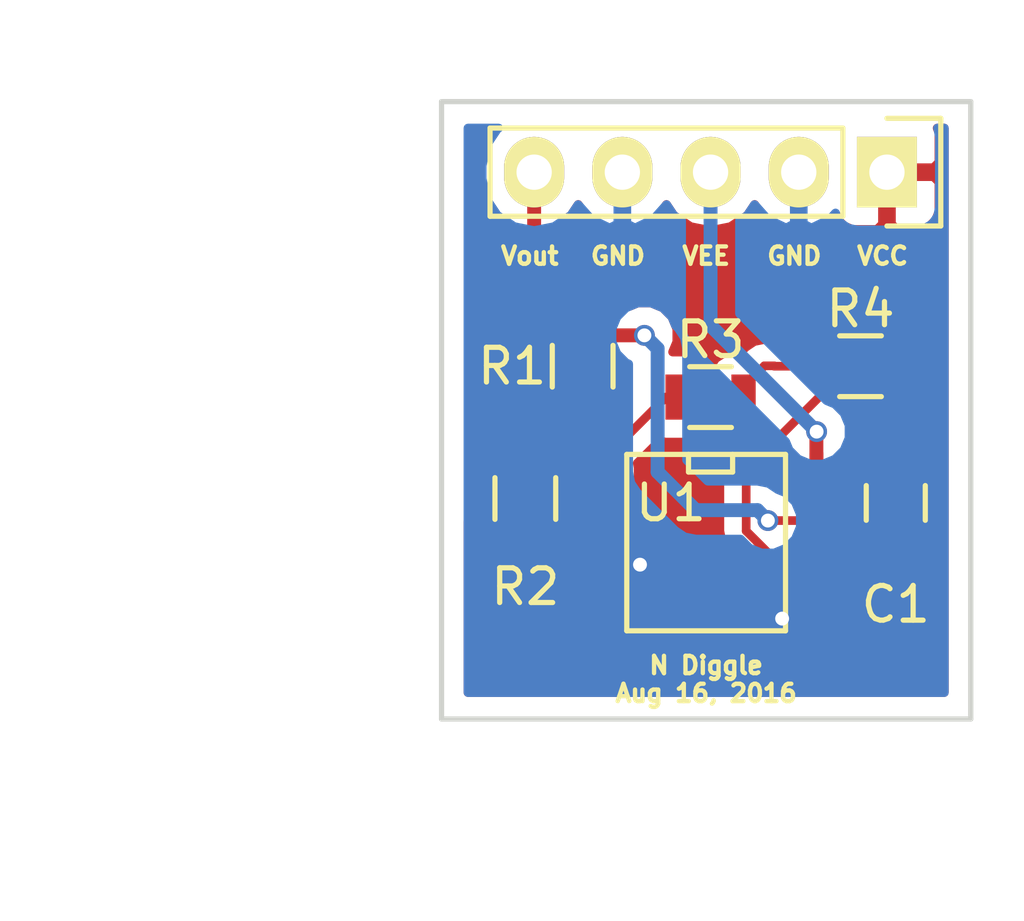
<source format=kicad_pcb>
(kicad_pcb (version 4) (host pcbnew 4.0.2-stable)

  (general
    (links 16)
    (no_connects 14)
    (area 152.324999 83.744999 167.715001 101.675001)
    (thickness 1.6)
    (drawings 13)
    (tracks 58)
    (zones 0)
    (modules 7)
    (nets 8)
  )

  (page A4)
  (layers
    (0 F.Cu signal)
    (31 B.Cu signal)
    (32 B.Adhes user)
    (33 F.Adhes user)
    (34 B.Paste user)
    (35 F.Paste user)
    (36 B.SilkS user)
    (37 F.SilkS user)
    (38 B.Mask user)
    (39 F.Mask user)
    (40 Dwgs.User user)
    (41 Cmts.User user)
    (42 Eco1.User user)
    (43 Eco2.User user)
    (44 Edge.Cuts user)
    (45 Margin user)
    (46 B.CrtYd user)
    (47 F.CrtYd user)
    (48 B.Fab user)
    (49 F.Fab user)
  )

  (setup
    (last_trace_width 0.25)
    (trace_clearance 0.2)
    (zone_clearance 0.508)
    (zone_45_only no)
    (trace_min 0.2)
    (segment_width 0.2)
    (edge_width 0.15)
    (via_size 0.6)
    (via_drill 0.4)
    (via_min_size 0.4)
    (via_min_drill 0.3)
    (uvia_size 0.3)
    (uvia_drill 0.1)
    (uvias_allowed no)
    (uvia_min_size 0.2)
    (uvia_min_drill 0.1)
    (pcb_text_width 0.3)
    (pcb_text_size 1.5 1.5)
    (mod_edge_width 0.15)
    (mod_text_size 1 1)
    (mod_text_width 0.15)
    (pad_size 1.524 1.524)
    (pad_drill 0.762)
    (pad_to_mask_clearance 0.2)
    (aux_axis_origin 0 0)
    (visible_elements FFFEEF7F)
    (pcbplotparams
      (layerselection 0x00030_80000001)
      (usegerberextensions false)
      (excludeedgelayer true)
      (linewidth 0.100000)
      (plotframeref false)
      (viasonmask false)
      (mode 1)
      (useauxorigin false)
      (hpglpennumber 1)
      (hpglpenspeed 20)
      (hpglpendiameter 15)
      (hpglpenoverlay 2)
      (psnegative false)
      (psa4output false)
      (plotreference true)
      (plotvalue true)
      (plotinvisibletext false)
      (padsonsilk false)
      (subtractmaskfromsilk false)
      (outputformat 1)
      (mirror false)
      (drillshape 1)
      (scaleselection 1)
      (outputdirectory ""))
  )

  (net 0 "")
  (net 1 Vout)
  (net 2 "Net-(C1-Pad2)")
  (net 3 VCC)
  (net 4 GND)
  (net 5 VEE)
  (net 6 "Net-(R1-Pad1)")
  (net 7 "Net-(R2-Pad1)")

  (net_class Default "This is the default net class."
    (clearance 0.2)
    (trace_width 0.25)
    (via_dia 0.6)
    (via_drill 0.4)
    (uvia_dia 0.3)
    (uvia_drill 0.1)
    (add_net "Net-(C1-Pad2)")
    (add_net "Net-(R1-Pad1)")
    (add_net "Net-(R2-Pad1)")
  )

  (net_class Power ""
    (clearance 0.2)
    (trace_width 0.4)
    (via_dia 0.6)
    (via_drill 0.4)
    (uvia_dia 0.3)
    (uvia_drill 0.1)
    (add_net GND)
    (add_net VCC)
    (add_net VEE)
    (add_net Vout)
  )

  (module Capacitors_SMD:C_0805 (layer F.Cu) (tedit 5415D6EA) (tstamp 57B3A510)
    (at 165.481 95.377 270)
    (descr "Capacitor SMD 0805, reflow soldering, AVX (see smccp.pdf)")
    (tags "capacitor 0805")
    (path /57B3A52F)
    (attr smd)
    (fp_text reference C1 (at 2.921 0 360) (layer F.SilkS)
      (effects (font (size 1 1) (thickness 0.15)))
    )
    (fp_text value C (at 0 2.1 270) (layer F.Fab)
      (effects (font (size 1 1) (thickness 0.15)))
    )
    (fp_line (start -1.8 -1) (end 1.8 -1) (layer F.CrtYd) (width 0.05))
    (fp_line (start -1.8 1) (end 1.8 1) (layer F.CrtYd) (width 0.05))
    (fp_line (start -1.8 -1) (end -1.8 1) (layer F.CrtYd) (width 0.05))
    (fp_line (start 1.8 -1) (end 1.8 1) (layer F.CrtYd) (width 0.05))
    (fp_line (start 0.5 -0.85) (end -0.5 -0.85) (layer F.SilkS) (width 0.15))
    (fp_line (start -0.5 0.85) (end 0.5 0.85) (layer F.SilkS) (width 0.15))
    (pad 1 smd rect (at -1 0 270) (size 1 1.25) (layers F.Cu F.Paste F.Mask)
      (net 1 Vout))
    (pad 2 smd rect (at 1 0 270) (size 1 1.25) (layers F.Cu F.Paste F.Mask)
      (net 2 "Net-(C1-Pad2)"))
    (model Capacitors_SMD.3dshapes/C_0805.wrl
      (at (xyz 0 0 0))
      (scale (xyz 1 1 1))
      (rotate (xyz 0 0 0))
    )
  )

  (module SMD_Packages:SOIC-8-N (layer F.Cu) (tedit 0) (tstamp 57B3A53D)
    (at 160.02 96.52 270)
    (descr "Module Narrow CMS SOJ 8 pins large")
    (tags "CMS SOJ")
    (path /57B3A27F)
    (attr smd)
    (fp_text reference U1 (at -1.143 1.016 360) (layer F.SilkS)
      (effects (font (size 1 1) (thickness 0.15)))
    )
    (fp_text value TL082 (at 0 1.27 270) (layer F.Fab)
      (effects (font (size 1 1) (thickness 0.15)))
    )
    (fp_line (start -2.54 -2.286) (end 2.54 -2.286) (layer F.SilkS) (width 0.15))
    (fp_line (start 2.54 -2.286) (end 2.54 2.286) (layer F.SilkS) (width 0.15))
    (fp_line (start 2.54 2.286) (end -2.54 2.286) (layer F.SilkS) (width 0.15))
    (fp_line (start -2.54 2.286) (end -2.54 -2.286) (layer F.SilkS) (width 0.15))
    (fp_line (start -2.54 -0.762) (end -2.032 -0.762) (layer F.SilkS) (width 0.15))
    (fp_line (start -2.032 -0.762) (end -2.032 0.508) (layer F.SilkS) (width 0.15))
    (fp_line (start -2.032 0.508) (end -2.54 0.508) (layer F.SilkS) (width 0.15))
    (pad 8 smd rect (at -1.905 -3.175 270) (size 0.508 1.143) (layers F.Cu F.Paste F.Mask)
      (net 5 VEE))
    (pad 7 smd rect (at -0.635 -3.175 270) (size 0.508 1.143) (layers F.Cu F.Paste F.Mask)
      (net 1 Vout))
    (pad 6 smd rect (at 0.635 -3.175 270) (size 0.508 1.143) (layers F.Cu F.Paste F.Mask)
      (net 2 "Net-(C1-Pad2)"))
    (pad 5 smd rect (at 1.905 -3.175 270) (size 0.508 1.143) (layers F.Cu F.Paste F.Mask)
      (net 4 GND))
    (pad 4 smd rect (at 1.905 3.175 270) (size 0.508 1.143) (layers F.Cu F.Paste F.Mask)
      (net 3 VCC))
    (pad 3 smd rect (at 0.635 3.175 270) (size 0.508 1.143) (layers F.Cu F.Paste F.Mask)
      (net 4 GND))
    (pad 2 smd rect (at -0.635 3.175 270) (size 0.508 1.143) (layers F.Cu F.Paste F.Mask)
      (net 6 "Net-(R1-Pad1)"))
    (pad 1 smd rect (at -1.905 3.175 270) (size 0.508 1.143) (layers F.Cu F.Paste F.Mask)
      (net 7 "Net-(R2-Pad1)"))
    (model SMD_Packages.3dshapes/SOIC-8-N.wrl
      (at (xyz 0 0 0))
      (scale (xyz 0.5 0.38 0.5))
      (rotate (xyz 0 0 0))
    )
  )

  (module Pin_Headers:Pin_Header_Straight_1x05 (layer F.Cu) (tedit 57B3AC3A) (tstamp 57B3A519)
    (at 165.227 85.852 270)
    (descr "Through hole pin header")
    (tags "pin header")
    (path /57B3B877)
    (fp_text reference P1 (at -2.032 10.922 360) (layer F.SilkS) hide
      (effects (font (size 1 1) (thickness 0.15)))
    )
    (fp_text value CONN_01X05 (at 0 -3.1 270) (layer F.Fab)
      (effects (font (size 1 1) (thickness 0.15)))
    )
    (fp_line (start -1.55 0) (end -1.55 -1.55) (layer F.SilkS) (width 0.15))
    (fp_line (start -1.55 -1.55) (end 1.55 -1.55) (layer F.SilkS) (width 0.15))
    (fp_line (start 1.55 -1.55) (end 1.55 0) (layer F.SilkS) (width 0.15))
    (fp_line (start -1.75 -1.75) (end -1.75 11.95) (layer F.CrtYd) (width 0.05))
    (fp_line (start 1.75 -1.75) (end 1.75 11.95) (layer F.CrtYd) (width 0.05))
    (fp_line (start -1.75 -1.75) (end 1.75 -1.75) (layer F.CrtYd) (width 0.05))
    (fp_line (start -1.75 11.95) (end 1.75 11.95) (layer F.CrtYd) (width 0.05))
    (fp_line (start 1.27 1.27) (end 1.27 11.43) (layer F.SilkS) (width 0.15))
    (fp_line (start 1.27 11.43) (end -1.27 11.43) (layer F.SilkS) (width 0.15))
    (fp_line (start -1.27 11.43) (end -1.27 1.27) (layer F.SilkS) (width 0.15))
    (fp_line (start 1.27 1.27) (end -1.27 1.27) (layer F.SilkS) (width 0.15))
    (pad 1 thru_hole rect (at 0 0 270) (size 2.032 1.7272) (drill 1.016) (layers *.Cu *.Mask F.SilkS)
      (net 3 VCC))
    (pad 2 thru_hole oval (at 0 2.54 270) (size 2.032 1.7272) (drill 1.016) (layers *.Cu *.Mask F.SilkS)
      (net 4 GND))
    (pad 3 thru_hole oval (at 0 5.08 270) (size 2.032 1.7272) (drill 1.016) (layers *.Cu *.Mask F.SilkS)
      (net 5 VEE))
    (pad 4 thru_hole oval (at 0 7.62 270) (size 2.032 1.7272) (drill 1.016) (layers *.Cu *.Mask F.SilkS)
      (net 4 GND))
    (pad 5 thru_hole oval (at 0 10.16 270) (size 2.032 1.7272) (drill 1.016) (layers *.Cu *.Mask F.SilkS)
      (net 1 Vout))
    (model Pin_Headers.3dshapes/Pin_Header_Straight_1x05.wrl
      (at (xyz 0 -0.2 0))
      (scale (xyz 1 1 1))
      (rotate (xyz 0 0 90))
    )
  )

  (module Resistors_SMD:R_0805 (layer F.Cu) (tedit 5415CDEB) (tstamp 57B3A525)
    (at 154.813 95.25 270)
    (descr "Resistor SMD 0805, reflow soldering, Vishay (see dcrcw.pdf)")
    (tags "resistor 0805")
    (path /57B3A440)
    (attr smd)
    (fp_text reference R2 (at 2.54 0 360) (layer F.SilkS)
      (effects (font (size 1 1) (thickness 0.15)))
    )
    (fp_text value R (at 0 2.1 270) (layer F.Fab)
      (effects (font (size 1 1) (thickness 0.15)))
    )
    (fp_line (start -1.6 -1) (end 1.6 -1) (layer F.CrtYd) (width 0.05))
    (fp_line (start -1.6 1) (end 1.6 1) (layer F.CrtYd) (width 0.05))
    (fp_line (start -1.6 -1) (end -1.6 1) (layer F.CrtYd) (width 0.05))
    (fp_line (start 1.6 -1) (end 1.6 1) (layer F.CrtYd) (width 0.05))
    (fp_line (start 0.6 0.875) (end -0.6 0.875) (layer F.SilkS) (width 0.15))
    (fp_line (start -0.6 -0.875) (end 0.6 -0.875) (layer F.SilkS) (width 0.15))
    (pad 1 smd rect (at -0.95 0 270) (size 0.7 1.3) (layers F.Cu F.Paste F.Mask)
      (net 7 "Net-(R2-Pad1)"))
    (pad 2 smd rect (at 0.95 0 270) (size 0.7 1.3) (layers F.Cu F.Paste F.Mask)
      (net 6 "Net-(R1-Pad1)"))
    (model Resistors_SMD.3dshapes/R_0805.wrl
      (at (xyz 0 0 0))
      (scale (xyz 1 1 1))
      (rotate (xyz 0 0 0))
    )
  )

  (module Resistors_SMD:R_0805 (layer F.Cu) (tedit 5415CDEB) (tstamp 57B3A51F)
    (at 156.464 91.44 90)
    (descr "Resistor SMD 0805, reflow soldering, Vishay (see dcrcw.pdf)")
    (tags "resistor 0805")
    (path /57B3A3E7)
    (attr smd)
    (fp_text reference R1 (at 0 -2.032 180) (layer F.SilkS)
      (effects (font (size 1 1) (thickness 0.15)))
    )
    (fp_text value R (at 0 2.1 90) (layer F.Fab)
      (effects (font (size 1 1) (thickness 0.15)))
    )
    (fp_line (start -1.6 -1) (end 1.6 -1) (layer F.CrtYd) (width 0.05))
    (fp_line (start -1.6 1) (end 1.6 1) (layer F.CrtYd) (width 0.05))
    (fp_line (start -1.6 -1) (end -1.6 1) (layer F.CrtYd) (width 0.05))
    (fp_line (start 1.6 -1) (end 1.6 1) (layer F.CrtYd) (width 0.05))
    (fp_line (start 0.6 0.875) (end -0.6 0.875) (layer F.SilkS) (width 0.15))
    (fp_line (start -0.6 -0.875) (end 0.6 -0.875) (layer F.SilkS) (width 0.15))
    (pad 1 smd rect (at -0.95 0 90) (size 0.7 1.3) (layers F.Cu F.Paste F.Mask)
      (net 6 "Net-(R1-Pad1)"))
    (pad 2 smd rect (at 0.95 0 90) (size 0.7 1.3) (layers F.Cu F.Paste F.Mask)
      (net 1 Vout))
    (model Resistors_SMD.3dshapes/R_0805.wrl
      (at (xyz 0 0 0))
      (scale (xyz 1 1 1))
      (rotate (xyz 0 0 0))
    )
  )

  (module Resistors_SMD:R_0805 (layer F.Cu) (tedit 5415CDEB) (tstamp 57B3A531)
    (at 164.465 91.44 180)
    (descr "Resistor SMD 0805, reflow soldering, Vishay (see dcrcw.pdf)")
    (tags "resistor 0805")
    (path /57B3A4D6)
    (attr smd)
    (fp_text reference R4 (at 0 1.651 360) (layer F.SilkS)
      (effects (font (size 1 1) (thickness 0.15)))
    )
    (fp_text value R (at 0 2.1 180) (layer F.Fab)
      (effects (font (size 1 1) (thickness 0.15)))
    )
    (fp_line (start -1.6 -1) (end 1.6 -1) (layer F.CrtYd) (width 0.05))
    (fp_line (start -1.6 1) (end 1.6 1) (layer F.CrtYd) (width 0.05))
    (fp_line (start -1.6 -1) (end -1.6 1) (layer F.CrtYd) (width 0.05))
    (fp_line (start 1.6 -1) (end 1.6 1) (layer F.CrtYd) (width 0.05))
    (fp_line (start 0.6 0.875) (end -0.6 0.875) (layer F.SilkS) (width 0.15))
    (fp_line (start -0.6 -0.875) (end 0.6 -0.875) (layer F.SilkS) (width 0.15))
    (pad 1 smd rect (at -0.95 0 180) (size 0.7 1.3) (layers F.Cu F.Paste F.Mask)
      (net 1 Vout))
    (pad 2 smd rect (at 0.95 0 180) (size 0.7 1.3) (layers F.Cu F.Paste F.Mask)
      (net 2 "Net-(C1-Pad2)"))
    (model Resistors_SMD.3dshapes/R_0805.wrl
      (at (xyz 0 0 0))
      (scale (xyz 1 1 1))
      (rotate (xyz 0 0 0))
    )
  )

  (module Resistors_SMD:R_0805 (layer F.Cu) (tedit 5415CDEB) (tstamp 57B3A52B)
    (at 160.147 92.329 180)
    (descr "Resistor SMD 0805, reflow soldering, Vishay (see dcrcw.pdf)")
    (tags "resistor 0805")
    (path /57B3A483)
    (attr smd)
    (fp_text reference R3 (at 0 1.651 180) (layer F.SilkS)
      (effects (font (size 1 1) (thickness 0.15)))
    )
    (fp_text value R (at 0 2.1 180) (layer F.Fab)
      (effects (font (size 1 1) (thickness 0.15)))
    )
    (fp_line (start -1.6 -1) (end 1.6 -1) (layer F.CrtYd) (width 0.05))
    (fp_line (start -1.6 1) (end 1.6 1) (layer F.CrtYd) (width 0.05))
    (fp_line (start -1.6 -1) (end -1.6 1) (layer F.CrtYd) (width 0.05))
    (fp_line (start 1.6 -1) (end 1.6 1) (layer F.CrtYd) (width 0.05))
    (fp_line (start 0.6 0.875) (end -0.6 0.875) (layer F.SilkS) (width 0.15))
    (fp_line (start -0.6 -0.875) (end 0.6 -0.875) (layer F.SilkS) (width 0.15))
    (pad 1 smd rect (at -0.95 0 180) (size 0.7 1.3) (layers F.Cu F.Paste F.Mask)
      (net 2 "Net-(C1-Pad2)"))
    (pad 2 smd rect (at 0.95 0 180) (size 0.7 1.3) (layers F.Cu F.Paste F.Mask)
      (net 7 "Net-(R2-Pad1)"))
    (model Resistors_SMD.3dshapes/R_0805.wrl
      (at (xyz 0 0 0))
      (scale (xyz 1 1 1))
      (rotate (xyz 0 0 0))
    )
  )

  (dimension 15.24 (width 0.3) (layer Dwgs.User)
    (gr_text "15.240 mm" (at 160.02 108.03) (layer Dwgs.User)
      (effects (font (size 1.5 1.5) (thickness 0.3)))
    )
    (feature1 (pts (xy 167.64 101.6) (xy 167.64 109.38)))
    (feature2 (pts (xy 152.4 101.6) (xy 152.4 109.38)))
    (crossbar (pts (xy 152.4 106.68) (xy 167.64 106.68)))
    (arrow1a (pts (xy 167.64 106.68) (xy 166.513496 107.266421)))
    (arrow1b (pts (xy 167.64 106.68) (xy 166.513496 106.093579)))
    (arrow2a (pts (xy 152.4 106.68) (xy 153.526504 107.266421)))
    (arrow2b (pts (xy 152.4 106.68) (xy 153.526504 106.093579)))
  )
  (dimension 17.78 (width 0.3) (layer Dwgs.User)
    (gr_text "17.780 mm" (at 145.970001 92.71 270) (layer Dwgs.User)
      (effects (font (size 1.5 1.5) (thickness 0.3)))
    )
    (feature1 (pts (xy 152.4 101.6) (xy 144.620001 101.6)))
    (feature2 (pts (xy 152.4 83.82) (xy 144.620001 83.82)))
    (crossbar (pts (xy 147.320001 83.82) (xy 147.320001 101.6)))
    (arrow1a (pts (xy 147.320001 101.6) (xy 146.73358 100.473496)))
    (arrow1b (pts (xy 147.320001 101.6) (xy 147.906422 100.473496)))
    (arrow2a (pts (xy 147.320001 83.82) (xy 146.73358 84.946504)))
    (arrow2b (pts (xy 147.320001 83.82) (xy 147.906422 84.946504)))
  )
  (gr_text "Sawtooth Waveform\nGenerator" (at 160.02 93.345 360) (layer B.Paste)
    (effects (font (size 0.75 0.75) (thickness 0.1875)) (justify mirror))
  )
  (gr_text "N Diggle\nAug 16, 2016" (at 160.02 100.457) (layer F.SilkS)
    (effects (font (size 0.5 0.5) (thickness 0.125)))
  )
  (gr_text Vout (at 154.94 88.265) (layer F.SilkS) (tstamp 57B3AD6A)
    (effects (font (size 0.5 0.5) (thickness 0.125)))
  )
  (gr_text VCC (at 165.1 88.265) (layer F.SilkS) (tstamp 57B3AD69)
    (effects (font (size 0.5 0.5) (thickness 0.125)))
  )
  (gr_text VEE (at 160.02 88.265) (layer F.SilkS) (tstamp 57B3AD68)
    (effects (font (size 0.5 0.5) (thickness 0.125)))
  )
  (gr_text GND (at 162.56 88.265) (layer F.SilkS)
    (effects (font (size 0.5 0.5) (thickness 0.125)))
  )
  (gr_text GND (at 157.48 88.265) (layer F.SilkS)
    (effects (font (size 0.5 0.5) (thickness 0.125)))
  )
  (gr_line (start 167.64 101.6) (end 152.4 101.6) (layer Edge.Cuts) (width 0.15))
  (gr_line (start 167.64 83.82) (end 167.64 101.6) (layer Edge.Cuts) (width 0.15))
  (gr_line (start 152.4 83.82) (end 167.64 83.82) (layer Edge.Cuts) (width 0.15))
  (gr_line (start 152.4 101.6) (end 152.4 83.82) (layer Edge.Cuts) (width 0.15))

  (segment (start 155.067 85.852) (end 155.067 89.393) (width 0.4) (layer F.Cu) (net 1))
  (segment (start 155.067 89.393) (end 156.164 90.49) (width 0.4) (layer F.Cu) (net 1))
  (segment (start 156.164 90.49) (end 156.464 90.49) (width 0.4) (layer F.Cu) (net 1))
  (segment (start 158.242 90.551) (end 156.525 90.551) (width 0.4) (layer F.Cu) (net 1))
  (segment (start 156.525 90.551) (end 156.464 90.49) (width 0.25) (layer F.Cu) (net 1))
  (segment (start 158.623 94.488) (end 158.623 90.932) (width 0.4) (layer B.Cu) (net 1))
  (segment (start 158.623 90.932) (end 158.242 90.551) (width 0.4) (layer B.Cu) (net 1))
  (via (at 158.242 90.551) (size 0.6) (drill 0.4) (layers F.Cu B.Cu) (net 1))
  (segment (start 159.720001 95.585001) (end 158.623 94.488) (width 0.4) (layer B.Cu) (net 1))
  (segment (start 161.798 95.885) (end 161.498001 95.585001) (width 0.4) (layer B.Cu) (net 1))
  (segment (start 161.498001 95.585001) (end 159.720001 95.585001) (width 0.4) (layer B.Cu) (net 1))
  (segment (start 163.195 95.885) (end 161.798 95.885) (width 0.25) (layer F.Cu) (net 1))
  (via (at 161.798 95.885) (size 0.6) (drill 0.4) (layers F.Cu B.Cu) (net 1))
  (segment (start 165.481 94.377) (end 165.481 91.506) (width 0.25) (layer F.Cu) (net 1))
  (segment (start 165.481 91.506) (end 165.415 91.44) (width 0.25) (layer F.Cu) (net 1))
  (segment (start 165.481 94.377) (end 165.0205 94.377) (width 0.25) (layer F.Cu) (net 1))
  (segment (start 165.0205 94.377) (end 163.5125 95.885) (width 0.25) (layer F.Cu) (net 1))
  (segment (start 163.5125 95.885) (end 163.195 95.885) (width 0.25) (layer F.Cu) (net 1))
  (segment (start 163.515 91.44) (end 163.515 92.086629) (width 0.25) (layer F.Cu) (net 2))
  (segment (start 162.142998 97.155) (end 162.3735 97.155) (width 0.25) (layer F.Cu) (net 2))
  (segment (start 163.515 92.086629) (end 161.172999 94.42863) (width 0.25) (layer F.Cu) (net 2))
  (segment (start 161.172999 94.42863) (end 161.172999 96.185001) (width 0.25) (layer F.Cu) (net 2))
  (segment (start 161.172999 96.185001) (end 162.142998 97.155) (width 0.25) (layer F.Cu) (net 2))
  (segment (start 162.3735 97.155) (end 163.195 97.155) (width 0.25) (layer F.Cu) (net 2))
  (segment (start 163.515 91.44) (end 161.986 91.44) (width 0.25) (layer F.Cu) (net 2))
  (segment (start 161.986 91.44) (end 161.975 91.429) (width 0.25) (layer F.Cu) (net 2))
  (segment (start 161.975 91.429) (end 161.697 91.429) (width 0.25) (layer F.Cu) (net 2))
  (segment (start 161.097 92.029) (end 161.097 92.329) (width 0.25) (layer F.Cu) (net 2))
  (segment (start 161.697 91.429) (end 161.097 92.029) (width 0.25) (layer F.Cu) (net 2))
  (segment (start 165.481 96.377) (end 164.2905 96.377) (width 0.25) (layer F.Cu) (net 2))
  (segment (start 164.2905 96.377) (end 163.5125 97.155) (width 0.25) (layer F.Cu) (net 2))
  (segment (start 163.5125 97.155) (end 163.195 97.155) (width 0.25) (layer F.Cu) (net 2))
  (segment (start 163.195 98.425) (end 162.911794 98.708206) (width 0.4) (layer F.Cu) (net 4))
  (via (at 162.208206 98.708206) (size 0.6) (drill 0.4) (layers F.Cu B.Cu) (net 4))
  (segment (start 162.63247 98.708206) (end 162.208206 98.708206) (width 0.4) (layer F.Cu) (net 4))
  (segment (start 162.911794 98.708206) (end 162.63247 98.708206) (width 0.4) (layer F.Cu) (net 4))
  (segment (start 156.845 97.155) (end 158.115 97.155) (width 0.4) (layer F.Cu) (net 4))
  (via (at 158.115 97.155) (size 0.6) (drill 0.4) (layers F.Cu B.Cu) (net 4))
  (segment (start 163.201521 93.324267) (end 160.147 90.269746) (width 0.4) (layer B.Cu) (net 5))
  (segment (start 160.147 90.269746) (end 160.147 88.999746) (width 0.4) (layer B.Cu) (net 5))
  (segment (start 160.147 88.999746) (end 160.147 85.852) (width 0.4) (layer B.Cu) (net 5))
  (segment (start 163.195 93.330788) (end 163.201521 93.324267) (width 0.4) (layer F.Cu) (net 5))
  (segment (start 163.195 94.615) (end 163.195 93.330788) (width 0.4) (layer F.Cu) (net 5))
  (via (at 163.201521 93.324267) (size 0.6) (drill 0.4) (layers F.Cu B.Cu) (net 5))
  (segment (start 160.147 85.852) (end 160.147 86.0044) (width 0.4) (layer F.Cu) (net 5))
  (segment (start 163.195 93.961) (end 163.195 94.615) (width 0.4) (layer F.Cu) (net 5))
  (segment (start 156.464 92.39) (end 154.52564 92.39) (width 0.25) (layer F.Cu) (net 6))
  (segment (start 154.52564 92.39) (end 153.464875 93.450765) (width 0.25) (layer F.Cu) (net 6))
  (segment (start 153.464875 93.450765) (end 153.464875 95.151875) (width 0.25) (layer F.Cu) (net 6))
  (segment (start 153.464875 95.151875) (end 154.513 96.2) (width 0.25) (layer F.Cu) (net 6))
  (segment (start 154.513 96.2) (end 154.813 96.2) (width 0.25) (layer F.Cu) (net 6))
  (segment (start 156.845 95.885) (end 155.128 95.885) (width 0.25) (layer F.Cu) (net 6))
  (segment (start 155.128 95.885) (end 154.813 96.2) (width 0.25) (layer F.Cu) (net 6))
  (segment (start 159.197 92.329) (end 158.865446 92.329) (width 0.25) (layer F.Cu) (net 7))
  (segment (start 158.865446 92.329) (end 156.845 94.349446) (width 0.25) (layer F.Cu) (net 7))
  (segment (start 156.845 94.349446) (end 156.845 94.615) (width 0.25) (layer F.Cu) (net 7))
  (segment (start 156.845 94.615) (end 155.128 94.615) (width 0.25) (layer F.Cu) (net 7))
  (segment (start 155.128 94.615) (end 154.813 94.3) (width 0.25) (layer F.Cu) (net 7))

  (zone (net 3) (net_name VCC) (layer F.Cu) (tstamp 0) (hatch edge 0.508)
    (connect_pads (clearance 0.508))
    (min_thickness 0.254)
    (fill yes (arc_segments 16) (thermal_gap 0.508) (thermal_bridge_width 0.508))
    (polygon
      (pts
        (xy 153.035 100.965) (xy 153.035 84.455) (xy 167.005 84.455) (xy 167.005 100.965)
      )
    )
    (filled_polygon
      (pts
        (xy 166.878 100.838) (xy 153.162 100.838) (xy 153.162 98.71075) (xy 155.6385 98.71075) (xy 155.6385 98.805309)
        (xy 155.735173 99.038698) (xy 155.913801 99.217327) (xy 156.14719 99.314) (xy 156.55925 99.314) (xy 156.718 99.15525)
        (xy 156.718 98.552) (xy 156.972 98.552) (xy 156.972 99.15525) (xy 157.13075 99.314) (xy 157.54281 99.314)
        (xy 157.776199 99.217327) (xy 157.954827 99.038698) (xy 158.0515 98.805309) (xy 158.0515 98.71075) (xy 157.89275 98.552)
        (xy 156.972 98.552) (xy 156.718 98.552) (xy 155.79725 98.552) (xy 155.6385 98.71075) (xy 153.162 98.71075)
        (xy 153.162 95.923802) (xy 153.51556 96.277362) (xy 153.51556 96.55) (xy 153.559838 96.785317) (xy 153.69891 97.001441)
        (xy 153.91111 97.146431) (xy 154.163 97.19744) (xy 155.463 97.19744) (xy 155.62606 97.166758) (xy 155.62606 97.409)
        (xy 155.670338 97.644317) (xy 155.761104 97.785371) (xy 155.735173 97.811302) (xy 155.6385 98.044691) (xy 155.6385 98.13925)
        (xy 155.79725 98.298) (xy 156.718 98.298) (xy 156.718 98.278) (xy 156.972 98.278) (xy 156.972 98.298)
        (xy 157.89275 98.298) (xy 158.0515 98.13925) (xy 158.0515 98.089945) (xy 158.300167 98.090162) (xy 158.643943 97.948117)
        (xy 158.907192 97.685327) (xy 159.049838 97.341799) (xy 159.050162 96.969833) (xy 158.908117 96.626057) (xy 158.645327 96.362808)
        (xy 158.301799 96.220162) (xy 158.047549 96.219941) (xy 158.06394 96.139) (xy 158.06394 95.631) (xy 158.019662 95.395683)
        (xy 157.925334 95.249093) (xy 158.012931 95.12089) (xy 158.06394 94.869) (xy 158.06394 94.361) (xy 158.039284 94.229964)
        (xy 158.677194 93.592054) (xy 158.847 93.62644) (xy 159.547 93.62644) (xy 159.782317 93.582162) (xy 159.998441 93.44309)
        (xy 160.143431 93.23089) (xy 160.146081 93.217803) (xy 160.28291 93.430441) (xy 160.49511 93.575431) (xy 160.747 93.62644)
        (xy 160.900387 93.62644) (xy 160.635598 93.891229) (xy 160.470851 94.137791) (xy 160.412999 94.42863) (xy 160.412999 96.185001)
        (xy 160.470851 96.47584) (xy 160.635598 96.722402) (xy 161.605597 97.692401) (xy 161.839677 97.848808) (xy 161.679263 97.915089)
        (xy 161.416014 98.177879) (xy 161.273368 98.521407) (xy 161.273044 98.893373) (xy 161.415089 99.237149) (xy 161.677879 99.500398)
        (xy 162.021407 99.643044) (xy 162.393373 99.643368) (xy 162.635784 99.543206) (xy 162.911794 99.543206) (xy 163.231335 99.479645)
        (xy 163.460622 99.32644) (xy 163.7665 99.32644) (xy 164.001817 99.282162) (xy 164.217941 99.14309) (xy 164.362931 98.93089)
        (xy 164.41394 98.679) (xy 164.41394 98.171) (xy 164.369662 97.935683) (xy 164.275334 97.789093) (xy 164.362931 97.66089)
        (xy 164.41394 97.409) (xy 164.41394 97.343493) (xy 164.60411 97.473431) (xy 164.856 97.52444) (xy 166.106 97.52444)
        (xy 166.341317 97.480162) (xy 166.557441 97.34109) (xy 166.702431 97.12889) (xy 166.75344 96.877) (xy 166.75344 95.877)
        (xy 166.709162 95.641683) (xy 166.57009 95.425559) (xy 166.500289 95.377866) (xy 166.557441 95.34109) (xy 166.702431 95.12889)
        (xy 166.75344 94.877) (xy 166.75344 93.877) (xy 166.709162 93.641683) (xy 166.57009 93.425559) (xy 166.35789 93.280569)
        (xy 166.241 93.256898) (xy 166.241 92.518147) (xy 166.361431 92.34189) (xy 166.41244 92.09) (xy 166.41244 90.79)
        (xy 166.368162 90.554683) (xy 166.22909 90.338559) (xy 166.01689 90.193569) (xy 165.765 90.14256) (xy 165.065 90.14256)
        (xy 164.829683 90.186838) (xy 164.613559 90.32591) (xy 164.468569 90.53811) (xy 164.465919 90.551197) (xy 164.32909 90.338559)
        (xy 164.11689 90.193569) (xy 163.865 90.14256) (xy 163.165 90.14256) (xy 162.929683 90.186838) (xy 162.713559 90.32591)
        (xy 162.568569 90.53811) (xy 162.539836 90.68) (xy 162.0303 90.68) (xy 161.975 90.669) (xy 161.697 90.669)
        (xy 161.406161 90.726852) (xy 161.159599 90.891599) (xy 161.019638 91.03156) (xy 160.747 91.03156) (xy 160.511683 91.075838)
        (xy 160.295559 91.21491) (xy 160.150569 91.42711) (xy 160.147919 91.440197) (xy 160.01109 91.227559) (xy 159.79889 91.082569)
        (xy 159.547 91.03156) (xy 159.054857 91.03156) (xy 159.176838 90.737799) (xy 159.177162 90.365833) (xy 159.035117 90.022057)
        (xy 158.772327 89.758808) (xy 158.428799 89.616162) (xy 158.056833 89.615838) (xy 157.814422 89.716) (xy 157.595748 89.716)
        (xy 157.57809 89.688559) (xy 157.36589 89.543569) (xy 157.114 89.49256) (xy 156.347428 89.49256) (xy 155.902 89.047132)
        (xy 155.902 87.246535) (xy 156.12667 87.096415) (xy 156.337 86.781634) (xy 156.54733 87.096415) (xy 157.033511 87.421271)
        (xy 157.607 87.535345) (xy 158.180489 87.421271) (xy 158.66667 87.096415) (xy 158.877 86.781634) (xy 159.08733 87.096415)
        (xy 159.573511 87.421271) (xy 160.147 87.535345) (xy 160.720489 87.421271) (xy 161.20667 87.096415) (xy 161.417 86.781634)
        (xy 161.62733 87.096415) (xy 162.113511 87.421271) (xy 162.687 87.535345) (xy 163.260489 87.421271) (xy 163.74667 87.096415)
        (xy 163.7615 87.07422) (xy 163.825073 87.227698) (xy 164.003701 87.406327) (xy 164.23709 87.503) (xy 164.94125 87.503)
        (xy 165.1 87.34425) (xy 165.1 85.979) (xy 165.354 85.979) (xy 165.354 87.34425) (xy 165.51275 87.503)
        (xy 166.21691 87.503) (xy 166.450299 87.406327) (xy 166.628927 87.227698) (xy 166.7256 86.994309) (xy 166.7256 86.13775)
        (xy 166.56685 85.979) (xy 165.354 85.979) (xy 165.1 85.979) (xy 165.08 85.979) (xy 165.08 85.725)
        (xy 165.1 85.725) (xy 165.1 85.705) (xy 165.354 85.705) (xy 165.354 85.725) (xy 166.56685 85.725)
        (xy 166.7256 85.56625) (xy 166.7256 84.709691) (xy 166.672708 84.582) (xy 166.878 84.582)
      )
    )
  )
  (zone (net 4) (net_name GND) (layer B.Cu) (tstamp 0) (hatch edge 0.508)
    (connect_pads (clearance 0.508))
    (min_thickness 0.254)
    (fill yes (arc_segments 16) (thermal_gap 0.508) (thermal_bridge_width 0.508))
    (polygon
      (pts
        (xy 153.035 100.965) (xy 153.035 84.455) (xy 167.005 84.455) (xy 167.005 100.965)
      )
    )
    (filled_polygon
      (pts
        (xy 154.00733 84.607585) (xy 153.682474 85.093766) (xy 153.5684 85.667255) (xy 153.5684 86.036745) (xy 153.682474 86.610234)
        (xy 154.00733 87.096415) (xy 154.493511 87.421271) (xy 155.067 87.535345) (xy 155.640489 87.421271) (xy 156.12667 87.096415)
        (xy 156.333461 86.786931) (xy 156.704964 87.202732) (xy 157.232209 87.456709) (xy 157.247974 87.459358) (xy 157.48 87.338217)
        (xy 157.48 85.979) (xy 157.46 85.979) (xy 157.46 85.725) (xy 157.48 85.725) (xy 157.48 85.705)
        (xy 157.734 85.705) (xy 157.734 85.725) (xy 157.754 85.725) (xy 157.754 85.979) (xy 157.734 85.979)
        (xy 157.734 87.338217) (xy 157.966026 87.459358) (xy 157.981791 87.456709) (xy 158.509036 87.202732) (xy 158.880539 86.786931)
        (xy 159.08733 87.096415) (xy 159.312 87.246535) (xy 159.312 90.269746) (xy 159.374122 90.582052) (xy 159.213434 90.341566)
        (xy 159.134535 90.262667) (xy 159.035117 90.022057) (xy 158.772327 89.758808) (xy 158.428799 89.616162) (xy 158.056833 89.615838)
        (xy 157.713057 89.757883) (xy 157.449808 90.020673) (xy 157.307162 90.364201) (xy 157.306838 90.736167) (xy 157.448883 91.079943)
        (xy 157.711673 91.343192) (xy 157.788 91.374886) (xy 157.788 94.488) (xy 157.851561 94.807541) (xy 157.976528 94.994567)
        (xy 158.032566 95.078434) (xy 159.129567 96.175435) (xy 159.400461 96.356441) (xy 159.720001 96.420001) (xy 161.01093 96.420001)
        (xy 161.267673 96.677192) (xy 161.611201 96.819838) (xy 161.983167 96.820162) (xy 162.326943 96.678117) (xy 162.590192 96.415327)
        (xy 162.732838 96.071799) (xy 162.733162 95.699833) (xy 162.591117 95.356057) (xy 162.328327 95.092808) (xy 162.083013 94.990944)
        (xy 162.021493 94.949838) (xy 161.817542 94.813562) (xy 161.498001 94.750001) (xy 160.065869 94.750001) (xy 159.458 94.142132)
        (xy 159.458 90.932) (xy 159.395878 90.619692) (xy 159.556566 90.86018) (xy 162.308986 93.6126) (xy 162.408404 93.85321)
        (xy 162.671194 94.116459) (xy 163.014722 94.259105) (xy 163.386688 94.259429) (xy 163.730464 94.117384) (xy 163.993713 93.854594)
        (xy 164.136359 93.511066) (xy 164.136683 93.1391) (xy 163.994638 92.795324) (xy 163.731848 92.532075) (xy 163.489611 92.431489)
        (xy 160.982 89.923878) (xy 160.982 87.246535) (xy 161.20667 87.096415) (xy 161.413461 86.786931) (xy 161.784964 87.202732)
        (xy 162.312209 87.456709) (xy 162.327974 87.459358) (xy 162.56 87.338217) (xy 162.56 85.979) (xy 162.54 85.979)
        (xy 162.54 85.725) (xy 162.56 85.725) (xy 162.56 85.705) (xy 162.814 85.705) (xy 162.814 85.725)
        (xy 162.834 85.725) (xy 162.834 85.979) (xy 162.814 85.979) (xy 162.814 87.338217) (xy 163.046026 87.459358)
        (xy 163.061791 87.456709) (xy 163.589036 87.202732) (xy 163.745907 87.027155) (xy 163.760238 87.103317) (xy 163.89931 87.319441)
        (xy 164.11151 87.464431) (xy 164.3634 87.51544) (xy 166.0906 87.51544) (xy 166.325917 87.471162) (xy 166.542041 87.33209)
        (xy 166.687031 87.11989) (xy 166.73804 86.868) (xy 166.73804 84.836) (xy 166.693762 84.600683) (xy 166.68174 84.582)
        (xy 166.878 84.582) (xy 166.878 100.838) (xy 153.162 100.838) (xy 153.162 84.582) (xy 154.045621 84.582)
      )
    )
  )
)

</source>
